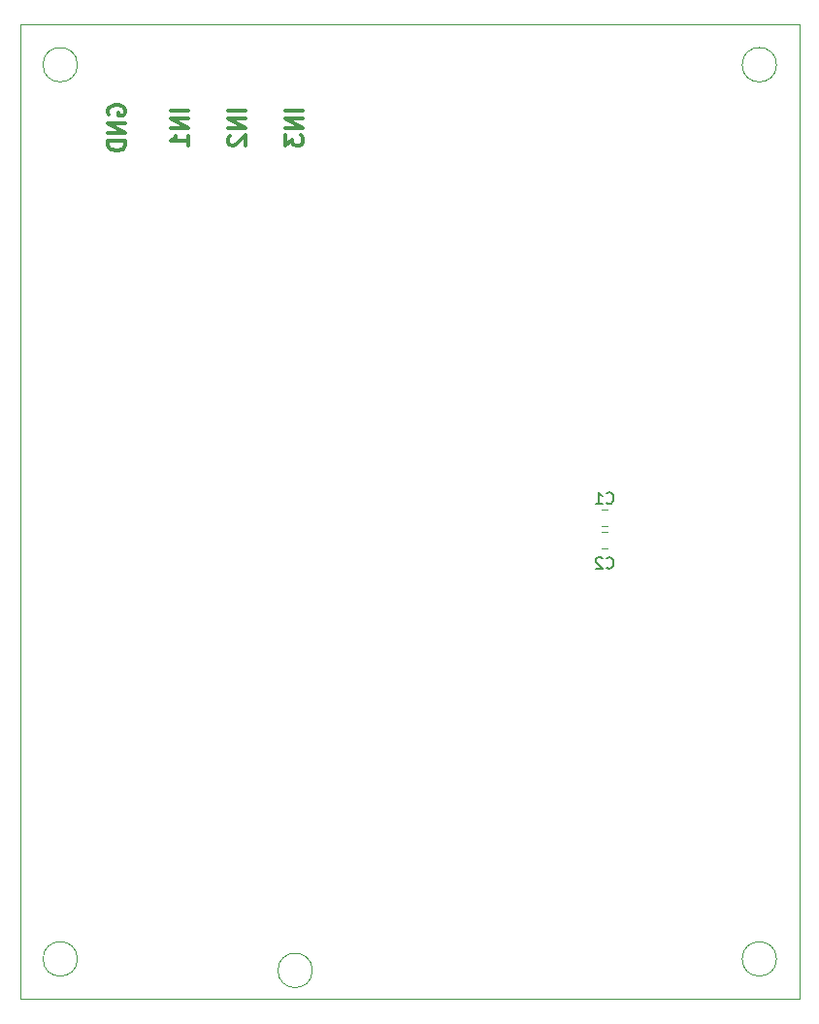
<source format=gbo>
G04 #@! TF.GenerationSoftware,KiCad,Pcbnew,(5.0.2)-1*
G04 #@! TF.CreationDate,2019-03-07T11:34:58+03:00*
G04 #@! TF.ProjectId,stm8do,73746d38-646f-42e6-9b69-6361645f7063,rev?*
G04 #@! TF.SameCoordinates,Original*
G04 #@! TF.FileFunction,Legend,Bot*
G04 #@! TF.FilePolarity,Positive*
%FSLAX46Y46*%
G04 Gerber Fmt 4.6, Leading zero omitted, Abs format (unit mm)*
G04 Created by KiCad (PCBNEW (5.0.2)-1) date 07.03.2019 11:34:58*
%MOMM*%
%LPD*%
G01*
G04 APERTURE LIST*
%ADD10C,0.300000*%
%ADD11C,0.100000*%
%ADD12C,0.120000*%
%ADD13C,0.150000*%
G04 APERTURE END LIST*
D10*
X94178571Y-63000000D02*
X92678571Y-63000000D01*
X94178571Y-63714285D02*
X92678571Y-63714285D01*
X94178571Y-64571428D01*
X92678571Y-64571428D01*
X92678571Y-65142857D02*
X92678571Y-66071428D01*
X93250000Y-65571428D01*
X93250000Y-65785714D01*
X93321428Y-65928571D01*
X93392857Y-66000000D01*
X93535714Y-66071428D01*
X93892857Y-66071428D01*
X94035714Y-66000000D01*
X94107142Y-65928571D01*
X94178571Y-65785714D01*
X94178571Y-65357142D01*
X94107142Y-65214285D01*
X94035714Y-65142857D01*
X89178571Y-63000000D02*
X87678571Y-63000000D01*
X89178571Y-63714285D02*
X87678571Y-63714285D01*
X89178571Y-64571428D01*
X87678571Y-64571428D01*
X87821428Y-65214285D02*
X87750000Y-65285714D01*
X87678571Y-65428571D01*
X87678571Y-65785714D01*
X87750000Y-65928571D01*
X87821428Y-66000000D01*
X87964285Y-66071428D01*
X88107142Y-66071428D01*
X88321428Y-66000000D01*
X89178571Y-65142857D01*
X89178571Y-66071428D01*
X84178571Y-63000000D02*
X82678571Y-63000000D01*
X84178571Y-63714285D02*
X82678571Y-63714285D01*
X84178571Y-64571428D01*
X82678571Y-64571428D01*
X84178571Y-66071428D02*
X84178571Y-65214285D01*
X84178571Y-65642857D02*
X82678571Y-65642857D01*
X82892857Y-65500000D01*
X83035714Y-65357142D01*
X83107142Y-65214285D01*
X77250000Y-63357142D02*
X77178571Y-63214285D01*
X77178571Y-63000000D01*
X77250000Y-62785714D01*
X77392857Y-62642857D01*
X77535714Y-62571428D01*
X77821428Y-62500000D01*
X78035714Y-62500000D01*
X78321428Y-62571428D01*
X78464285Y-62642857D01*
X78607142Y-62785714D01*
X78678571Y-63000000D01*
X78678571Y-63142857D01*
X78607142Y-63357142D01*
X78535714Y-63428571D01*
X78035714Y-63428571D01*
X78035714Y-63142857D01*
X78678571Y-64071428D02*
X77178571Y-64071428D01*
X78678571Y-64928571D01*
X77178571Y-64928571D01*
X78678571Y-65642857D02*
X77178571Y-65642857D01*
X77178571Y-66000000D01*
X77250000Y-66214285D01*
X77392857Y-66357142D01*
X77535714Y-66428571D01*
X77821428Y-66500000D01*
X78035714Y-66500000D01*
X78321428Y-66428571D01*
X78464285Y-66357142D01*
X78607142Y-66214285D01*
X78678571Y-66000000D01*
X78678571Y-65642857D01*
D11*
X74500000Y-59000000D02*
G75*
G03X74500000Y-59000000I-1500000J0D01*
G01*
X135500000Y-59000000D02*
G75*
G03X135500000Y-59000000I-1500000J0D01*
G01*
X135500000Y-137000000D02*
G75*
G03X135500000Y-137000000I-1500000J0D01*
G01*
X74500000Y-137000000D02*
G75*
G03X74500000Y-137000000I-1500000J0D01*
G01*
X95000000Y-138000000D02*
G75*
G03X95000000Y-138000000I-1500000J0D01*
G01*
X137500000Y-55500000D02*
X69500000Y-55500000D01*
X137500000Y-140500000D02*
X137500000Y-55500000D01*
X69500000Y-140500000D02*
X137500000Y-140500000D01*
X69500000Y-55500000D02*
X69500000Y-140500000D01*
D12*
G04 #@! TO.C,C1*
X120761252Y-99210000D02*
X120238748Y-99210000D01*
X120761252Y-97790000D02*
X120238748Y-97790000D01*
G04 #@! TO.C,C2*
X120761252Y-101210000D02*
X120238748Y-101210000D01*
X120761252Y-99790000D02*
X120238748Y-99790000D01*
G04 #@! TD*
G04 #@! TO.C,C1*
D13*
X120666666Y-97207142D02*
X120714285Y-97254761D01*
X120857142Y-97302380D01*
X120952380Y-97302380D01*
X121095238Y-97254761D01*
X121190476Y-97159523D01*
X121238095Y-97064285D01*
X121285714Y-96873809D01*
X121285714Y-96730952D01*
X121238095Y-96540476D01*
X121190476Y-96445238D01*
X121095238Y-96350000D01*
X120952380Y-96302380D01*
X120857142Y-96302380D01*
X120714285Y-96350000D01*
X120666666Y-96397619D01*
X119714285Y-97302380D02*
X120285714Y-97302380D01*
X120000000Y-97302380D02*
X120000000Y-96302380D01*
X120095238Y-96445238D01*
X120190476Y-96540476D01*
X120285714Y-96588095D01*
G04 #@! TO.C,C2*
X120666666Y-102857142D02*
X120714285Y-102904761D01*
X120857142Y-102952380D01*
X120952380Y-102952380D01*
X121095238Y-102904761D01*
X121190476Y-102809523D01*
X121238095Y-102714285D01*
X121285714Y-102523809D01*
X121285714Y-102380952D01*
X121238095Y-102190476D01*
X121190476Y-102095238D01*
X121095238Y-102000000D01*
X120952380Y-101952380D01*
X120857142Y-101952380D01*
X120714285Y-102000000D01*
X120666666Y-102047619D01*
X120285714Y-102047619D02*
X120238095Y-102000000D01*
X120142857Y-101952380D01*
X119904761Y-101952380D01*
X119809523Y-102000000D01*
X119761904Y-102047619D01*
X119714285Y-102142857D01*
X119714285Y-102238095D01*
X119761904Y-102380952D01*
X120333333Y-102952380D01*
X119714285Y-102952380D01*
G04 #@! TD*
M02*

</source>
